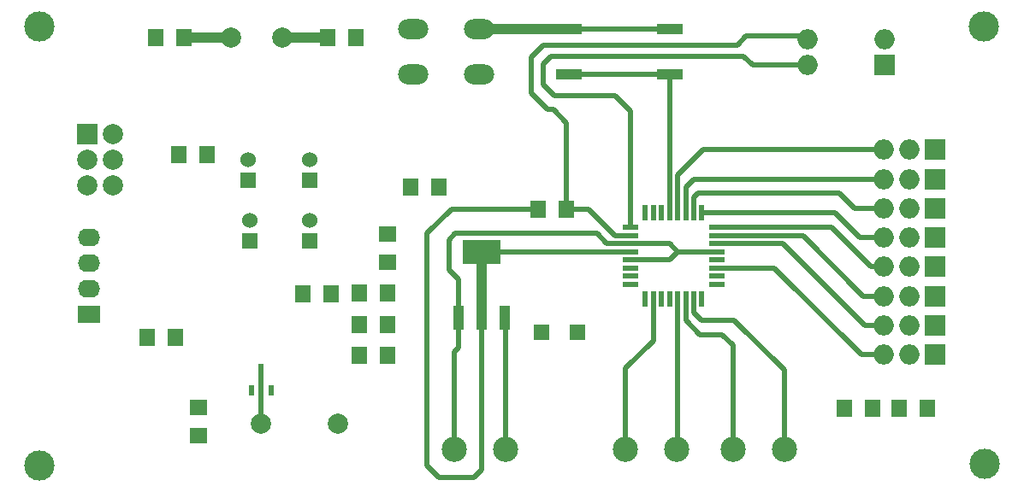
<source format=gbr>
G04 #@! TF.FileFunction,Copper,L1,Top,Signal*
%FSLAX46Y46*%
G04 Gerber Fmt 4.6, Leading zero omitted, Abs format (unit mm)*
G04 Created by KiCad (PCBNEW 4.0.7) date 10/01/18 00:26:36*
%MOMM*%
%LPD*%
G01*
G04 APERTURE LIST*
%ADD10C,0.100000*%
%ADD11R,2.000000X2.000000*%
%ADD12O,2.000000X2.000000*%
%ADD13C,2.000000*%
%ADD14R,1.600200X1.803400*%
%ADD15R,1.803400X1.600200*%
%ADD16R,1.524000X1.524000*%
%ADD17C,1.524000*%
%ADD18R,2.200000X1.750000*%
%ADD19O,2.200000X1.750000*%
%ADD20C,2.500000*%
%ADD21R,1.498600X1.498600*%
%ADD22R,0.599440X1.000760*%
%ADD23O,3.000000X2.000000*%
%ADD24R,2.540000X1.000000*%
%ADD25R,1.600000X0.550000*%
%ADD26R,0.550000X1.600000*%
%ADD27R,1.000000X2.400000*%
%ADD28R,3.800000X2.400000*%
%ADD29C,1.998980*%
%ADD30C,3.000000*%
%ADD31C,0.500000*%
%ADD32C,1.000000*%
G04 APERTURE END LIST*
D10*
D11*
X181840000Y-87900000D03*
D12*
X179300000Y-87900000D03*
X176760000Y-87900000D03*
D11*
X181840000Y-85000000D03*
D12*
X179300000Y-85000000D03*
X176760000Y-85000000D03*
D11*
X181840000Y-76300000D03*
D12*
X179300000Y-76300000D03*
X176760000Y-76300000D03*
D11*
X181840000Y-73400000D03*
D12*
X179300000Y-73400000D03*
X176760000Y-73400000D03*
D11*
X181840000Y-90800000D03*
D12*
X179300000Y-90800000D03*
X176760000Y-90800000D03*
D11*
X181840000Y-79200000D03*
D12*
X179300000Y-79200000D03*
X176760000Y-79200000D03*
D11*
X181840000Y-82100000D03*
D12*
X179300000Y-82100000D03*
X176760000Y-82100000D03*
D11*
X181840000Y-70500000D03*
D12*
X179300000Y-70500000D03*
X176760000Y-70500000D03*
D13*
X115200000Y-97600000D03*
X122800000Y-97600000D03*
D14*
X132797000Y-74200000D03*
X130003000Y-74200000D03*
D15*
X127700000Y-78803000D03*
X127700000Y-81597000D03*
D16*
X114100000Y-79500000D03*
D17*
X114100000Y-77500000D03*
D14*
X181097000Y-96100000D03*
X178303000Y-96100000D03*
X104703000Y-59400000D03*
X107497000Y-59400000D03*
X124597000Y-59400000D03*
X121803000Y-59400000D03*
D16*
X113900000Y-73500000D03*
D17*
X113900000Y-71500000D03*
D16*
X120000000Y-79500000D03*
D17*
X120000000Y-77500000D03*
D14*
X122097000Y-84800000D03*
X119303000Y-84800000D03*
D16*
X120000000Y-73500000D03*
D17*
X120000000Y-71500000D03*
D18*
X98100000Y-86810000D03*
D19*
X98100000Y-84270000D03*
X98100000Y-81730000D03*
X98100000Y-79190000D03*
D11*
X97930000Y-68960000D03*
D13*
X100470000Y-68960000D03*
X97930000Y-71500000D03*
X100470000Y-71500000D03*
X97930000Y-74040000D03*
X100470000Y-74040000D03*
D20*
X134260000Y-100200000D03*
X139340000Y-100200000D03*
X151260000Y-100200000D03*
X156340000Y-100200000D03*
X161860000Y-100200000D03*
X166940000Y-100200000D03*
D21*
X142952480Y-88600000D03*
X146447520Y-88600000D03*
D22*
X114247500Y-94356640D03*
X115200000Y-92243360D03*
X116152500Y-94356640D03*
D14*
X106697000Y-89100000D03*
X103903000Y-89100000D03*
X127671285Y-90855001D03*
X124877285Y-90855001D03*
X127671285Y-87785001D03*
X124877285Y-87785001D03*
X127671285Y-84715001D03*
X124877285Y-84715001D03*
D15*
X109000000Y-98797000D03*
X109000000Y-96003000D03*
D14*
X109847000Y-70950000D03*
X107053000Y-70950000D03*
X142603000Y-76400000D03*
X145397000Y-76400000D03*
X175697000Y-96100000D03*
X172903000Y-96100000D03*
D23*
X130250000Y-63050000D03*
X130250000Y-58550000D03*
X136750000Y-58550000D03*
X136750000Y-63050000D03*
D11*
X176900000Y-62100000D03*
D12*
X169280000Y-62100000D03*
X176900000Y-59560000D03*
X169280000Y-59560000D03*
D24*
X155600000Y-58550000D03*
X145600000Y-58550000D03*
X155600000Y-63050000D03*
X145600000Y-63050000D03*
D25*
X151750000Y-78200000D03*
X151750000Y-79000000D03*
X151750000Y-79800000D03*
X151750000Y-80600000D03*
X151750000Y-81400000D03*
X151750000Y-82200000D03*
X151750000Y-83000000D03*
X151750000Y-83800000D03*
D26*
X153200000Y-85250000D03*
X154000000Y-85250000D03*
X154800000Y-85250000D03*
X155600000Y-85250000D03*
X156400000Y-85250000D03*
X157200000Y-85250000D03*
X158000000Y-85250000D03*
X158800000Y-85250000D03*
D25*
X160250000Y-83800000D03*
X160250000Y-83000000D03*
X160250000Y-82200000D03*
X160250000Y-81400000D03*
X160250000Y-80600000D03*
X160250000Y-79800000D03*
X160250000Y-79000000D03*
X160250000Y-78200000D03*
D26*
X158800000Y-76750000D03*
X158000000Y-76750000D03*
X157200000Y-76750000D03*
X156400000Y-76750000D03*
X155600000Y-76750000D03*
X154800000Y-76750000D03*
X154000000Y-76750000D03*
X153200000Y-76750000D03*
D27*
X134700000Y-87100000D03*
X137000000Y-87100000D03*
X139300000Y-87100000D03*
D28*
X137000000Y-80650000D03*
D29*
X112160000Y-59400000D03*
X117240000Y-59400000D03*
D30*
X186700000Y-58300000D03*
X93250000Y-58250000D03*
X93250000Y-101750000D03*
X186800000Y-101600000D03*
D31*
X115200000Y-92243360D02*
X115200000Y-97600000D01*
X139340000Y-100200000D02*
X139340000Y-87140000D01*
X139340000Y-87140000D02*
X139300000Y-87100000D01*
D32*
X136750000Y-58550000D02*
X145600000Y-58550000D01*
D31*
X145600000Y-58550000D02*
X155600000Y-58550000D01*
X134260000Y-100200000D02*
X134260000Y-90540000D01*
X134700000Y-90100000D02*
X134700000Y-87100000D01*
X134260000Y-90540000D02*
X134700000Y-90100000D01*
X134700000Y-87100000D02*
X134700000Y-83300000D01*
X149400000Y-79800000D02*
X151750000Y-79800000D01*
X148400000Y-78800000D02*
X149400000Y-79800000D01*
X134400000Y-78800000D02*
X148400000Y-78800000D01*
X133800000Y-79400000D02*
X134400000Y-78800000D01*
X133800000Y-82400000D02*
X133800000Y-79400000D01*
X134700000Y-83300000D02*
X133800000Y-82400000D01*
X151750000Y-79800000D02*
X155600000Y-79800000D01*
X155600000Y-79800000D02*
X156400000Y-80600000D01*
X151750000Y-81400000D02*
X155600000Y-81400000D01*
X156400000Y-80600000D02*
X160250000Y-80600000D01*
X155600000Y-81400000D02*
X156400000Y-80600000D01*
X137000000Y-87100000D02*
X137000000Y-102200000D01*
X134000000Y-76400000D02*
X142603000Y-76400000D01*
X131600000Y-78800000D02*
X134000000Y-76400000D01*
X131600000Y-101800000D02*
X131600000Y-78800000D01*
X132800000Y-103000000D02*
X131600000Y-101800000D01*
X136200000Y-103000000D02*
X132800000Y-103000000D01*
X137000000Y-102200000D02*
X136200000Y-103000000D01*
X151750000Y-80600000D02*
X137050000Y-80600000D01*
X137050000Y-80600000D02*
X137000000Y-80650000D01*
D32*
X137000000Y-87100000D02*
X137000000Y-80650000D01*
X107497000Y-59400000D02*
X112160000Y-59400000D01*
X117240000Y-59400000D02*
X121803000Y-59400000D01*
D31*
X166940000Y-100200000D02*
X166940000Y-92340000D01*
X158000000Y-86600000D02*
X158000000Y-85250000D01*
X158800000Y-87400000D02*
X158000000Y-86600000D01*
X162000000Y-87400000D02*
X158800000Y-87400000D01*
X166940000Y-92340000D02*
X162000000Y-87400000D01*
X155600000Y-63050000D02*
X145600000Y-63050000D01*
X155600000Y-76750000D02*
X155600000Y-63800000D01*
X155600000Y-63800000D02*
X155600000Y-63050000D01*
X176760000Y-87900000D02*
X174900000Y-87900000D01*
X166800000Y-79800000D02*
X160250000Y-79800000D01*
X174900000Y-87900000D02*
X166800000Y-79800000D01*
X176760000Y-85000000D02*
X174800000Y-85000000D01*
X168800000Y-79000000D02*
X160250000Y-79000000D01*
X174800000Y-85000000D02*
X168800000Y-79000000D01*
X156400000Y-85250000D02*
X156400000Y-100140000D01*
X156400000Y-100140000D02*
X156340000Y-100200000D01*
X151260000Y-100200000D02*
X151260000Y-92140000D01*
X154000000Y-89400000D02*
X154000000Y-85250000D01*
X151260000Y-92140000D02*
X154000000Y-89400000D01*
X158000000Y-76750000D02*
X158000000Y-75200000D01*
X173900000Y-76300000D02*
X176760000Y-76300000D01*
X172400000Y-74800000D02*
X173900000Y-76300000D01*
X158400000Y-74800000D02*
X172400000Y-74800000D01*
X158000000Y-75200000D02*
X158400000Y-74800000D01*
X157200000Y-76750000D02*
X157200000Y-74200000D01*
X158000000Y-73400000D02*
X176760000Y-73400000D01*
X157200000Y-74200000D02*
X158000000Y-73400000D01*
X157200000Y-85250000D02*
X157200000Y-87400000D01*
X161860000Y-89860000D02*
X161860000Y-100200000D01*
X160800000Y-88800000D02*
X161860000Y-89860000D01*
X158600000Y-88800000D02*
X160800000Y-88800000D01*
X157200000Y-87400000D02*
X158600000Y-88800000D01*
X160250000Y-82200000D02*
X166000000Y-82200000D01*
X174600000Y-90800000D02*
X176760000Y-90800000D01*
X166000000Y-82200000D02*
X174600000Y-90800000D01*
X176760000Y-79200000D02*
X174400000Y-79200000D01*
X171950000Y-76750000D02*
X158800000Y-76750000D01*
X174400000Y-79200000D02*
X171950000Y-76750000D01*
X176760000Y-82100000D02*
X175500000Y-82100000D01*
X171600000Y-78200000D02*
X160250000Y-78200000D01*
X175500000Y-82100000D02*
X171600000Y-78200000D01*
X156400000Y-76750000D02*
X156400000Y-73000000D01*
X158900000Y-70500000D02*
X176760000Y-70500000D01*
X156400000Y-73000000D02*
X158900000Y-70500000D01*
X151750000Y-78200000D02*
X151750000Y-66650000D01*
X163800000Y-62100000D02*
X169280000Y-62100000D01*
X162900000Y-61200000D02*
X163800000Y-62100000D01*
X143900000Y-61200000D02*
X162900000Y-61200000D01*
X143100000Y-62000000D02*
X143900000Y-61200000D01*
X143100000Y-64000000D02*
X143100000Y-62000000D01*
X144200000Y-65100000D02*
X143100000Y-64000000D01*
X150200000Y-65100000D02*
X144200000Y-65100000D01*
X151750000Y-66650000D02*
X150200000Y-65100000D01*
X145397000Y-76400000D02*
X145397000Y-67797000D01*
X163200000Y-59200000D02*
X168920000Y-59200000D01*
X162300000Y-60100000D02*
X163200000Y-59200000D01*
X143100000Y-60100000D02*
X162300000Y-60100000D01*
X141900000Y-61300000D02*
X143100000Y-60100000D01*
X141900000Y-64900000D02*
X141900000Y-61300000D01*
X143500000Y-66500000D02*
X141900000Y-64900000D01*
X144100000Y-66500000D02*
X143500000Y-66500000D01*
X145397000Y-67797000D02*
X144100000Y-66500000D01*
X168920000Y-59200000D02*
X169280000Y-59560000D01*
X151750000Y-79000000D02*
X150200000Y-79000000D01*
X147600000Y-76400000D02*
X145397000Y-76400000D01*
X150200000Y-79000000D02*
X147600000Y-76400000D01*
M02*

</source>
